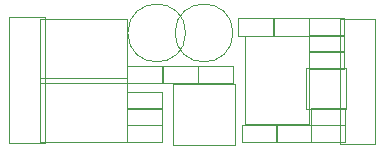
<source format=gbr>
%TF.GenerationSoftware,KiCad,Pcbnew,6.0.2+dfsg-1*%
%TF.CreationDate,2023-02-09T12:57:17+13:00*%
%TF.ProjectId,BRAWN-100_LOGIC,42524157-4e2d-4313-9030-5f4c4f474943,v1.0*%
%TF.SameCoordinates,Original*%
%TF.FileFunction,Other,User*%
%FSLAX46Y46*%
G04 Gerber Fmt 4.6, Leading zero omitted, Abs format (unit mm)*
G04 Created by KiCad (PCBNEW 6.0.2+dfsg-1) date 2023-02-09 12:57:17*
%MOMM*%
%LPD*%
G01*
G04 APERTURE LIST*
%ADD10C,0.050000*%
G04 APERTURE END LIST*
D10*
%TO.C,U1*%
X209650000Y-148950000D02*
X213050000Y-148950000D01*
X213050000Y-148950000D02*
X213050000Y-152450000D01*
X213050000Y-152450000D02*
X209650000Y-152450000D01*
X209650000Y-152450000D02*
X209650000Y-148950000D01*
%TO.C,DS1*%
X200480000Y-150230000D02*
X197520000Y-150230000D01*
X197520000Y-150230000D02*
X197520000Y-148770000D01*
X197520000Y-148770000D02*
X200480000Y-148770000D01*
X200480000Y-148770000D02*
X200480000Y-150230000D01*
%TO.C,U4*%
X187100000Y-144800000D02*
X187100000Y-150200000D01*
X187100000Y-150200000D02*
X194500000Y-150200000D01*
X194500000Y-144800000D02*
X187100000Y-144800000D01*
X194500000Y-150200000D02*
X194500000Y-144800000D01*
%TO.C,U3*%
X187100000Y-155250000D02*
X194500000Y-155250000D01*
X194500000Y-155250000D02*
X194500000Y-149850000D01*
X187100000Y-149850000D02*
X187100000Y-155250000D01*
X194500000Y-149850000D02*
X187100000Y-149850000D01*
%TO.C,C5*%
X212880000Y-146170000D02*
X212880000Y-147630000D01*
X209920000Y-146170000D02*
X212880000Y-146170000D01*
X212880000Y-147630000D02*
X209920000Y-147630000D01*
X209920000Y-147630000D02*
X209920000Y-146170000D01*
%TO.C,H2*%
X203450000Y-146000000D02*
G75*
G03*
X203450000Y-146000000I-2450000J0D01*
G01*
%TO.C,J2*%
X184530000Y-155320000D02*
X187530000Y-155320000D01*
X184530000Y-144690000D02*
X184530000Y-155320000D01*
X187530000Y-155320000D02*
X187530000Y-144690000D01*
X187530000Y-144690000D02*
X184530000Y-144690000D01*
%TO.C,C1*%
X212880000Y-149030000D02*
X209920000Y-149030000D01*
X212880000Y-147570000D02*
X212880000Y-149030000D01*
X209920000Y-149030000D02*
X209920000Y-147570000D01*
X209920000Y-147570000D02*
X212880000Y-147570000D01*
%TO.C,C7*%
X210020000Y-152370000D02*
X212980000Y-152370000D01*
X212980000Y-153830000D02*
X210020000Y-153830000D01*
X212980000Y-152370000D02*
X212980000Y-153830000D01*
X210020000Y-153830000D02*
X210020000Y-152370000D01*
%TO.C,C13*%
X194520000Y-155230000D02*
X194520000Y-153770000D01*
X197480000Y-153770000D02*
X197480000Y-155230000D01*
X197480000Y-155230000D02*
X194520000Y-155230000D01*
X194520000Y-153770000D02*
X197480000Y-153770000D01*
%TO.C,C11*%
X207120000Y-153770000D02*
X210080000Y-153770000D01*
X210080000Y-153770000D02*
X210080000Y-155230000D01*
X207120000Y-155230000D02*
X207120000Y-153770000D01*
X210080000Y-155230000D02*
X207120000Y-155230000D01*
%TO.C,J1*%
X212495000Y-144790000D02*
X212495000Y-155420000D01*
X215495000Y-144790000D02*
X212495000Y-144790000D01*
X212495000Y-155420000D02*
X215495000Y-155420000D01*
X215495000Y-155420000D02*
X215495000Y-144790000D01*
%TO.C,R4*%
X194520000Y-153830000D02*
X194520000Y-152370000D01*
X197480000Y-153830000D02*
X194520000Y-153830000D01*
X197480000Y-152370000D02*
X197480000Y-153830000D01*
X194520000Y-152370000D02*
X197480000Y-152370000D01*
%TO.C,U2*%
X203600000Y-150300000D02*
X203600000Y-155500000D01*
X198400000Y-150300000D02*
X203600000Y-150300000D01*
X198400000Y-155500000D02*
X198400000Y-150300000D01*
X203600000Y-155500000D02*
X198400000Y-155500000D01*
%TO.C,C6*%
X212980000Y-153770000D02*
X212980000Y-155230000D01*
X210020000Y-153770000D02*
X212980000Y-153770000D01*
X212980000Y-155230000D02*
X210020000Y-155230000D01*
X210020000Y-155230000D02*
X210020000Y-153770000D01*
%TO.C,U5*%
X204500000Y-146300000D02*
X204500000Y-153700000D01*
X209900000Y-153700000D02*
X209900000Y-146300000D01*
X209900000Y-146300000D02*
X204500000Y-146300000D01*
X204500000Y-153700000D02*
X209900000Y-153700000D01*
%TO.C,C10*%
X206880000Y-146230000D02*
X203920000Y-146230000D01*
X206880000Y-144770000D02*
X206880000Y-146230000D01*
X203920000Y-146230000D02*
X203920000Y-144770000D01*
X203920000Y-144770000D02*
X206880000Y-144770000D01*
%TO.C,R5*%
X194520000Y-152430000D02*
X194520000Y-150970000D01*
X197480000Y-152430000D02*
X194520000Y-152430000D01*
X194520000Y-150970000D02*
X197480000Y-150970000D01*
X197480000Y-150970000D02*
X197480000Y-152430000D01*
%TO.C,R6*%
X200520000Y-150230000D02*
X200520000Y-148770000D01*
X203480000Y-150230000D02*
X200520000Y-150230000D01*
X203480000Y-148770000D02*
X203480000Y-150230000D01*
X200520000Y-148770000D02*
X203480000Y-148770000D01*
%TO.C,H1*%
X199450000Y-146000000D02*
G75*
G03*
X199450000Y-146000000I-2450000J0D01*
G01*
%TO.C,C2*%
X209920000Y-146230000D02*
X209920000Y-144770000D01*
X212880000Y-146230000D02*
X209920000Y-146230000D01*
X209920000Y-144770000D02*
X212880000Y-144770000D01*
X212880000Y-144770000D02*
X212880000Y-146230000D01*
%TO.C,R1*%
X194520000Y-150230000D02*
X194520000Y-148770000D01*
X197480000Y-148770000D02*
X197480000Y-150230000D01*
X194520000Y-148770000D02*
X197480000Y-148770000D01*
X197480000Y-150230000D02*
X194520000Y-150230000D01*
%TO.C,C8*%
X206920000Y-144770000D02*
X209880000Y-144770000D01*
X206920000Y-146230000D02*
X206920000Y-144770000D01*
X209880000Y-144770000D02*
X209880000Y-146230000D01*
X209880000Y-146230000D02*
X206920000Y-146230000D01*
%TO.C,C9*%
X207180000Y-153770000D02*
X207180000Y-155230000D01*
X204220000Y-155230000D02*
X204220000Y-153770000D01*
X207180000Y-155230000D02*
X204220000Y-155230000D01*
X204220000Y-153770000D02*
X207180000Y-153770000D01*
%TD*%
M02*

</source>
